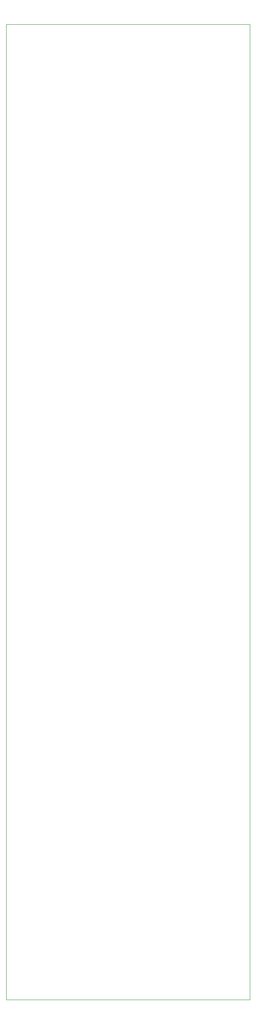
<source format=gbr>
%TF.GenerationSoftware,KiCad,Pcbnew,5.1.8-db9833491~87~ubuntu20.04.1*%
%TF.CreationDate,2020-11-18T23:17:20-05:00*%
%TF.ProjectId,mfos_noise-panel,6d666f73-5f6e-46f6-9973-652d70616e65,rev?*%
%TF.SameCoordinates,Original*%
%TF.FileFunction,Profile,NP*%
%FSLAX46Y46*%
G04 Gerber Fmt 4.6, Leading zero omitted, Abs format (unit mm)*
G04 Created by KiCad (PCBNEW 5.1.8-db9833491~87~ubuntu20.04.1) date 2020-11-18 23:17:20*
%MOMM*%
%LPD*%
G01*
G04 APERTURE LIST*
%TA.AperFunction,Profile*%
%ADD10C,0.050000*%
%TD*%
G04 APERTURE END LIST*
D10*
X65000000Y-200000000D02*
X65000000Y0D01*
X115000000Y-200000000D02*
X65000000Y-200000000D01*
X115000000Y0D02*
X115000000Y-200000000D01*
X65000000Y0D02*
X115000000Y0D01*
M02*

</source>
